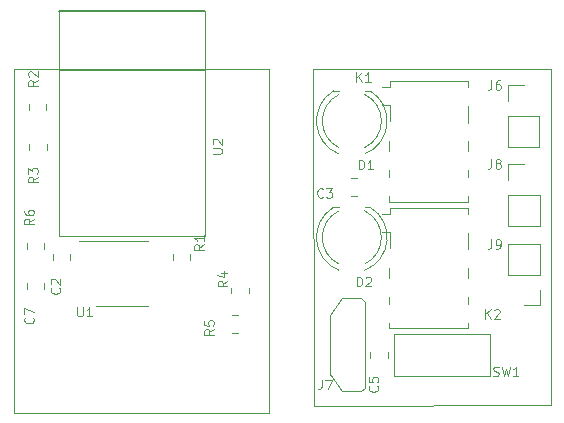
<source format=gto>
%TF.GenerationSoftware,KiCad,Pcbnew,(5.1.7)-1*%
%TF.CreationDate,2021-06-20T23:27:28+01:00*%
%TF.ProjectId,RcDev,52634465-762e-46b6-9963-61645f706362,rev?*%
%TF.SameCoordinates,Original*%
%TF.FileFunction,Legend,Top*%
%TF.FilePolarity,Positive*%
%FSLAX46Y46*%
G04 Gerber Fmt 4.6, Leading zero omitted, Abs format (unit mm)*
G04 Created by KiCad (PCBNEW (5.1.7)-1) date 2021-06-20 23:27:28*
%MOMM*%
%LPD*%
G01*
G04 APERTURE LIST*
%TA.AperFunction,Profile*%
%ADD10C,0.050000*%
%TD*%
%ADD11C,0.120000*%
%ADD12C,0.150000*%
%ADD13C,0.100000*%
G04 APERTURE END LIST*
D10*
X131038600Y-50292000D02*
X151130000Y-50292000D01*
X105689400Y-50266600D02*
X105664000Y-79349600D01*
X127254000Y-50292000D02*
X105689400Y-50266600D01*
X127279400Y-79349600D02*
X127254000Y-50292000D01*
X105664000Y-79349600D02*
X127279400Y-79349600D01*
X131064000Y-78765400D02*
X131038600Y-50292000D01*
X151130000Y-78740000D02*
X131064000Y-78765400D01*
X151130000Y-50292000D02*
X151130000Y-78740000D01*
D11*
%TO.C,J9*%
X150199400Y-70265600D02*
X148869400Y-70265600D01*
X150199400Y-68935600D02*
X150199400Y-70265600D01*
X150199400Y-67665600D02*
X147539400Y-67665600D01*
X147539400Y-67665600D02*
X147539400Y-65065600D01*
X150199400Y-67665600D02*
X150199400Y-65065600D01*
X150199400Y-65065600D02*
X147539400Y-65065600D01*
%TO.C,J6*%
X147514000Y-51629000D02*
X148844000Y-51629000D01*
X147514000Y-52959000D02*
X147514000Y-51629000D01*
X147514000Y-54229000D02*
X150174000Y-54229000D01*
X150174000Y-54229000D02*
X150174000Y-56829000D01*
X147514000Y-54229000D02*
X147514000Y-56829000D01*
X147514000Y-56829000D02*
X150174000Y-56829000D01*
%TO.C,SW1*%
X145973800Y-72720200D02*
X137845800Y-72720200D01*
X137845800Y-72720200D02*
X137845800Y-76276200D01*
X137845800Y-76276200D02*
X145973800Y-76276200D01*
X145973800Y-76276200D02*
X145973800Y-72720200D01*
%TO.C,J7*%
X133421500Y-77546500D02*
X132471500Y-76096500D01*
X133421500Y-69646500D02*
X135071500Y-69646500D01*
X133421500Y-69646500D02*
X132471500Y-71096500D01*
X135071500Y-69646500D02*
X135371500Y-69946500D01*
X135371500Y-77246500D02*
X135071500Y-77546500D01*
X135071500Y-77546500D02*
X133421500Y-77546500D01*
X135371500Y-76746500D02*
X135371500Y-77246500D01*
X135371500Y-70596500D02*
X135371500Y-69946500D01*
X135371500Y-70596500D02*
X135371500Y-76796500D01*
X132471500Y-71046500D02*
X132471500Y-76146500D01*
%TO.C,D2*%
X133209800Y-61956000D02*
X132744800Y-61956000D01*
X135834800Y-61956000D02*
X135369800Y-61956000D01*
X133209371Y-66770479D02*
G75*
G02*
X133209800Y-62261316I1080429J2254479D01*
G01*
X135370229Y-66770479D02*
G75*
G03*
X135369800Y-62261316I-1080429J2254479D01*
G01*
X133208973Y-67303815D02*
G75*
G02*
X132744970Y-61956000I1080827J2787815D01*
G01*
X135370627Y-67303815D02*
G75*
G03*
X135834630Y-61956000I-1080827J2787815D01*
G01*
%TO.C,R4*%
X125550600Y-69213464D02*
X125550600Y-68759336D01*
X124080600Y-69213464D02*
X124080600Y-68759336D01*
%TO.C,R5*%
X124182136Y-72591600D02*
X124636264Y-72591600D01*
X124182136Y-71121600D02*
X124636264Y-71121600D01*
%TO.C,U1*%
X114808000Y-64829000D02*
X111208000Y-64829000D01*
X114808000Y-64829000D02*
X117008000Y-64829000D01*
X114808000Y-70299000D02*
X112608000Y-70299000D01*
X114808000Y-70299000D02*
X117008000Y-70299000D01*
%TO.C,R6*%
X106757800Y-65000136D02*
X106757800Y-65454264D01*
X108227800Y-65000136D02*
X108227800Y-65454264D01*
%TO.C,R3*%
X108456400Y-57097664D02*
X108456400Y-56643536D01*
X106986400Y-57097664D02*
X106986400Y-56643536D01*
%TO.C,R2*%
X106961000Y-53239936D02*
X106961000Y-53694064D01*
X108431000Y-53239936D02*
X108431000Y-53694064D01*
%TO.C,R1*%
X119153000Y-65939936D02*
X119153000Y-66394064D01*
X120623000Y-65939936D02*
X120623000Y-66394064D01*
%TO.C,K2*%
X137479500Y-62029500D02*
X144139500Y-62019500D01*
X144139500Y-62019500D02*
X144139500Y-62519500D01*
X144139500Y-64119500D02*
X144139500Y-65519500D01*
X144139500Y-67119500D02*
X144139500Y-67919500D01*
X144139500Y-69519500D02*
X144139500Y-70119500D01*
X144139500Y-71719500D02*
X144139500Y-72219500D01*
X144139500Y-72219500D02*
X137439500Y-72219500D01*
X137439500Y-72219500D02*
X137439500Y-71719500D01*
X137439500Y-70119500D02*
X137439500Y-69519500D01*
X137439500Y-67919500D02*
X137439500Y-67119500D01*
X137479500Y-65429500D02*
X137479500Y-64029500D01*
X137479500Y-62029500D02*
X137479500Y-62529500D01*
X137479500Y-62529500D02*
X136879500Y-62529500D01*
X137479500Y-64029500D02*
X136879500Y-64029500D01*
%TO.C,K1*%
X137479500Y-51298000D02*
X144139500Y-51288000D01*
X144139500Y-51288000D02*
X144139500Y-51788000D01*
X144139500Y-53388000D02*
X144139500Y-54788000D01*
X144139500Y-56388000D02*
X144139500Y-57188000D01*
X144139500Y-58788000D02*
X144139500Y-59388000D01*
X144139500Y-60988000D02*
X144139500Y-61488000D01*
X144139500Y-61488000D02*
X137439500Y-61488000D01*
X137439500Y-61488000D02*
X137439500Y-60988000D01*
X137439500Y-59388000D02*
X137439500Y-58788000D01*
X137439500Y-57188000D02*
X137439500Y-56388000D01*
X137479500Y-54698000D02*
X137479500Y-53298000D01*
X137479500Y-51298000D02*
X137479500Y-51798000D01*
X137479500Y-51798000D02*
X136879500Y-51798000D01*
X137479500Y-53298000D02*
X136879500Y-53298000D01*
%TO.C,J8*%
X147539400Y-58309200D02*
X148869400Y-58309200D01*
X147539400Y-59639200D02*
X147539400Y-58309200D01*
X147539400Y-60909200D02*
X150199400Y-60909200D01*
X150199400Y-60909200D02*
X150199400Y-63509200D01*
X147539400Y-60909200D02*
X147539400Y-63509200D01*
X147539400Y-63509200D02*
X150199400Y-63509200D01*
%TO.C,D1*%
X133209800Y-52100800D02*
X132744800Y-52100800D01*
X135834800Y-52100800D02*
X135369800Y-52100800D01*
X133209371Y-56915279D02*
G75*
G02*
X133209800Y-52406116I1080429J2254479D01*
G01*
X135370229Y-56915279D02*
G75*
G03*
X135369800Y-52406116I-1080429J2254479D01*
G01*
X133208973Y-57448615D02*
G75*
G02*
X132744970Y-52100800I1080827J2787815D01*
G01*
X135370627Y-57448615D02*
G75*
G03*
X135834630Y-52100800I-1080827J2787815D01*
G01*
%TO.C,C5*%
X135866200Y-74211548D02*
X135866200Y-74734052D01*
X137336200Y-74211548D02*
X137336200Y-74734052D01*
%TO.C,C3*%
X134180948Y-60983800D02*
X134703452Y-60983800D01*
X134180948Y-59513800D02*
X134703452Y-59513800D01*
%TO.C,C2*%
X108993000Y-65905748D02*
X108993000Y-66428252D01*
X110463000Y-65905748D02*
X110463000Y-66428252D01*
D12*
%TO.C,U2*%
X109524000Y-45364500D02*
X121824000Y-45364500D01*
D11*
X109524000Y-64364500D02*
X121824000Y-64364500D01*
X121824000Y-64364500D02*
X121824000Y-50364500D01*
X121824000Y-50364500D02*
X109524000Y-50364500D01*
X109524000Y-50364500D02*
X109524000Y-64364500D01*
X109524000Y-50364500D02*
X109524000Y-45364500D01*
X121824000Y-50364500D02*
X121824000Y-45364500D01*
%TO.C,C7*%
X108253200Y-68394948D02*
X108253200Y-68917452D01*
X106783200Y-68394948D02*
X106783200Y-68917452D01*
%TD*%
%TO.C,J9*%
D13*
X146113533Y-64687504D02*
X146113533Y-65258933D01*
X146075438Y-65373219D01*
X145999247Y-65449409D01*
X145884961Y-65487504D01*
X145808771Y-65487504D01*
X146532580Y-65487504D02*
X146684961Y-65487504D01*
X146761152Y-65449409D01*
X146799247Y-65411314D01*
X146875438Y-65297028D01*
X146913533Y-65144647D01*
X146913533Y-64839885D01*
X146875438Y-64763695D01*
X146837342Y-64725600D01*
X146761152Y-64687504D01*
X146608771Y-64687504D01*
X146532580Y-64725600D01*
X146494485Y-64763695D01*
X146456390Y-64839885D01*
X146456390Y-65030361D01*
X146494485Y-65106552D01*
X146532580Y-65144647D01*
X146608771Y-65182742D01*
X146761152Y-65182742D01*
X146837342Y-65144647D01*
X146875438Y-65106552D01*
X146913533Y-65030361D01*
%TO.C,J6*%
X146113533Y-51225504D02*
X146113533Y-51796933D01*
X146075438Y-51911219D01*
X145999247Y-51987409D01*
X145884961Y-52025504D01*
X145808771Y-52025504D01*
X146837342Y-51225504D02*
X146684961Y-51225504D01*
X146608771Y-51263600D01*
X146570676Y-51301695D01*
X146494485Y-51415980D01*
X146456390Y-51568361D01*
X146456390Y-51873123D01*
X146494485Y-51949314D01*
X146532580Y-51987409D01*
X146608771Y-52025504D01*
X146761152Y-52025504D01*
X146837342Y-51987409D01*
X146875438Y-51949314D01*
X146913533Y-51873123D01*
X146913533Y-51682647D01*
X146875438Y-51606457D01*
X146837342Y-51568361D01*
X146761152Y-51530266D01*
X146608771Y-51530266D01*
X146532580Y-51568361D01*
X146494485Y-51606457D01*
X146456390Y-51682647D01*
%TO.C,SW1*%
X146253333Y-76219009D02*
X146367619Y-76257104D01*
X146558095Y-76257104D01*
X146634285Y-76219009D01*
X146672380Y-76180914D01*
X146710476Y-76104723D01*
X146710476Y-76028533D01*
X146672380Y-75952342D01*
X146634285Y-75914247D01*
X146558095Y-75876152D01*
X146405714Y-75838057D01*
X146329523Y-75799961D01*
X146291428Y-75761866D01*
X146253333Y-75685676D01*
X146253333Y-75609485D01*
X146291428Y-75533295D01*
X146329523Y-75495200D01*
X146405714Y-75457104D01*
X146596190Y-75457104D01*
X146710476Y-75495200D01*
X146977142Y-75457104D02*
X147167619Y-76257104D01*
X147320000Y-75685676D01*
X147472380Y-76257104D01*
X147662857Y-75457104D01*
X148386666Y-76257104D02*
X147929523Y-76257104D01*
X148158095Y-76257104D02*
X148158095Y-75457104D01*
X148081904Y-75571390D01*
X148005714Y-75647580D01*
X147929523Y-75685676D01*
%TO.C,J7*%
X131737133Y-76549304D02*
X131737133Y-77120733D01*
X131699038Y-77235019D01*
X131622847Y-77311209D01*
X131508561Y-77349304D01*
X131432371Y-77349304D01*
X132041895Y-76549304D02*
X132575228Y-76549304D01*
X132232371Y-77349304D01*
%TO.C,D2*%
X134715323Y-68662504D02*
X134715323Y-67862504D01*
X134905800Y-67862504D01*
X135020085Y-67900600D01*
X135096276Y-67976790D01*
X135134371Y-68052980D01*
X135172466Y-68205361D01*
X135172466Y-68319647D01*
X135134371Y-68472028D01*
X135096276Y-68548219D01*
X135020085Y-68624409D01*
X134905800Y-68662504D01*
X134715323Y-68662504D01*
X135477228Y-67938695D02*
X135515323Y-67900600D01*
X135591514Y-67862504D01*
X135781990Y-67862504D01*
X135858180Y-67900600D01*
X135896276Y-67938695D01*
X135934371Y-68014885D01*
X135934371Y-68091076D01*
X135896276Y-68205361D01*
X135439133Y-68662504D01*
X135934371Y-68662504D01*
%TO.C,R4*%
X123729704Y-68179933D02*
X123348752Y-68446600D01*
X123729704Y-68637076D02*
X122929704Y-68637076D01*
X122929704Y-68332314D01*
X122967800Y-68256123D01*
X123005895Y-68218028D01*
X123082085Y-68179933D01*
X123196371Y-68179933D01*
X123272561Y-68218028D01*
X123310657Y-68256123D01*
X123348752Y-68332314D01*
X123348752Y-68637076D01*
X123196371Y-67494219D02*
X123729704Y-67494219D01*
X122891609Y-67684695D02*
X123463038Y-67875171D01*
X123463038Y-67379933D01*
%TO.C,R5*%
X122612104Y-72294733D02*
X122231152Y-72561400D01*
X122612104Y-72751876D02*
X121812104Y-72751876D01*
X121812104Y-72447114D01*
X121850200Y-72370923D01*
X121888295Y-72332828D01*
X121964485Y-72294733D01*
X122078771Y-72294733D01*
X122154961Y-72332828D01*
X122193057Y-72370923D01*
X122231152Y-72447114D01*
X122231152Y-72751876D01*
X121812104Y-71570923D02*
X121812104Y-71951876D01*
X122193057Y-71989971D01*
X122154961Y-71951876D01*
X122116866Y-71875685D01*
X122116866Y-71685209D01*
X122154961Y-71609019D01*
X122193057Y-71570923D01*
X122269247Y-71532828D01*
X122459723Y-71532828D01*
X122535914Y-71570923D01*
X122574009Y-71609019D01*
X122612104Y-71685209D01*
X122612104Y-71875685D01*
X122574009Y-71951876D01*
X122535914Y-71989971D01*
%TO.C,U1*%
X111048876Y-70402504D02*
X111048876Y-71050123D01*
X111086971Y-71126314D01*
X111125066Y-71164409D01*
X111201257Y-71202504D01*
X111353638Y-71202504D01*
X111429828Y-71164409D01*
X111467923Y-71126314D01*
X111506019Y-71050123D01*
X111506019Y-70402504D01*
X112306019Y-71202504D02*
X111848876Y-71202504D01*
X112077447Y-71202504D02*
X112077447Y-70402504D01*
X112001257Y-70516790D01*
X111925066Y-70592980D01*
X111848876Y-70631076D01*
%TO.C,R6*%
X107372104Y-62922133D02*
X106991152Y-63188800D01*
X107372104Y-63379276D02*
X106572104Y-63379276D01*
X106572104Y-63074514D01*
X106610200Y-62998323D01*
X106648295Y-62960228D01*
X106724485Y-62922133D01*
X106838771Y-62922133D01*
X106914961Y-62960228D01*
X106953057Y-62998323D01*
X106991152Y-63074514D01*
X106991152Y-63379276D01*
X106572104Y-62236419D02*
X106572104Y-62388800D01*
X106610200Y-62464990D01*
X106648295Y-62503085D01*
X106762580Y-62579276D01*
X106914961Y-62617371D01*
X107219723Y-62617371D01*
X107295914Y-62579276D01*
X107334009Y-62541180D01*
X107372104Y-62464990D01*
X107372104Y-62312609D01*
X107334009Y-62236419D01*
X107295914Y-62198323D01*
X107219723Y-62160228D01*
X107029247Y-62160228D01*
X106953057Y-62198323D01*
X106914961Y-62236419D01*
X106876866Y-62312609D01*
X106876866Y-62464990D01*
X106914961Y-62541180D01*
X106953057Y-62579276D01*
X107029247Y-62617371D01*
%TO.C,R3*%
X107676904Y-59391533D02*
X107295952Y-59658200D01*
X107676904Y-59848676D02*
X106876904Y-59848676D01*
X106876904Y-59543914D01*
X106915000Y-59467723D01*
X106953095Y-59429628D01*
X107029285Y-59391533D01*
X107143571Y-59391533D01*
X107219761Y-59429628D01*
X107257857Y-59467723D01*
X107295952Y-59543914D01*
X107295952Y-59848676D01*
X106876904Y-59124866D02*
X106876904Y-58629628D01*
X107181666Y-58896295D01*
X107181666Y-58782009D01*
X107219761Y-58705819D01*
X107257857Y-58667723D01*
X107334047Y-58629628D01*
X107524523Y-58629628D01*
X107600714Y-58667723D01*
X107638809Y-58705819D01*
X107676904Y-58782009D01*
X107676904Y-59010580D01*
X107638809Y-59086771D01*
X107600714Y-59124866D01*
%TO.C,R2*%
X107676904Y-51212733D02*
X107295952Y-51479400D01*
X107676904Y-51669876D02*
X106876904Y-51669876D01*
X106876904Y-51365114D01*
X106915000Y-51288923D01*
X106953095Y-51250828D01*
X107029285Y-51212733D01*
X107143571Y-51212733D01*
X107219761Y-51250828D01*
X107257857Y-51288923D01*
X107295952Y-51365114D01*
X107295952Y-51669876D01*
X106953095Y-50907971D02*
X106915000Y-50869876D01*
X106876904Y-50793685D01*
X106876904Y-50603209D01*
X106915000Y-50527019D01*
X106953095Y-50488923D01*
X107029285Y-50450828D01*
X107105476Y-50450828D01*
X107219761Y-50488923D01*
X107676904Y-50946066D01*
X107676904Y-50450828D01*
%TO.C,R1*%
X121748504Y-65106533D02*
X121367552Y-65373200D01*
X121748504Y-65563676D02*
X120948504Y-65563676D01*
X120948504Y-65258914D01*
X120986600Y-65182723D01*
X121024695Y-65144628D01*
X121100885Y-65106533D01*
X121215171Y-65106533D01*
X121291361Y-65144628D01*
X121329457Y-65182723D01*
X121367552Y-65258914D01*
X121367552Y-65563676D01*
X121748504Y-64344628D02*
X121748504Y-64801771D01*
X121748504Y-64573200D02*
X120948504Y-64573200D01*
X121062790Y-64649390D01*
X121138980Y-64725580D01*
X121177076Y-64801771D01*
%TO.C,K2*%
X145586523Y-71380304D02*
X145586523Y-70580304D01*
X146043666Y-71380304D02*
X145700809Y-70923161D01*
X146043666Y-70580304D02*
X145586523Y-71037447D01*
X146348428Y-70656495D02*
X146386523Y-70618400D01*
X146462714Y-70580304D01*
X146653190Y-70580304D01*
X146729380Y-70618400D01*
X146767476Y-70656495D01*
X146805571Y-70732685D01*
X146805571Y-70808876D01*
X146767476Y-70923161D01*
X146310333Y-71380304D01*
X146805571Y-71380304D01*
%TO.C,K1*%
X134664523Y-51339704D02*
X134664523Y-50539704D01*
X135121666Y-51339704D02*
X134778809Y-50882561D01*
X135121666Y-50539704D02*
X134664523Y-50996847D01*
X135883571Y-51339704D02*
X135426428Y-51339704D01*
X135655000Y-51339704D02*
X135655000Y-50539704D01*
X135578809Y-50653990D01*
X135502619Y-50730180D01*
X135426428Y-50768276D01*
%TO.C,J8*%
X146113533Y-57880304D02*
X146113533Y-58451733D01*
X146075438Y-58566019D01*
X145999247Y-58642209D01*
X145884961Y-58680304D01*
X145808771Y-58680304D01*
X146608771Y-58223161D02*
X146532580Y-58185066D01*
X146494485Y-58146971D01*
X146456390Y-58070780D01*
X146456390Y-58032685D01*
X146494485Y-57956495D01*
X146532580Y-57918400D01*
X146608771Y-57880304D01*
X146761152Y-57880304D01*
X146837342Y-57918400D01*
X146875438Y-57956495D01*
X146913533Y-58032685D01*
X146913533Y-58070780D01*
X146875438Y-58146971D01*
X146837342Y-58185066D01*
X146761152Y-58223161D01*
X146608771Y-58223161D01*
X146532580Y-58261257D01*
X146494485Y-58299352D01*
X146456390Y-58375542D01*
X146456390Y-58527923D01*
X146494485Y-58604114D01*
X146532580Y-58642209D01*
X146608771Y-58680304D01*
X146761152Y-58680304D01*
X146837342Y-58642209D01*
X146875438Y-58604114D01*
X146913533Y-58527923D01*
X146913533Y-58375542D01*
X146875438Y-58299352D01*
X146837342Y-58261257D01*
X146761152Y-58223161D01*
%TO.C,D1*%
X134867723Y-58756504D02*
X134867723Y-57956504D01*
X135058200Y-57956504D01*
X135172485Y-57994600D01*
X135248676Y-58070790D01*
X135286771Y-58146980D01*
X135324866Y-58299361D01*
X135324866Y-58413647D01*
X135286771Y-58566028D01*
X135248676Y-58642219D01*
X135172485Y-58718409D01*
X135058200Y-58756504D01*
X134867723Y-58756504D01*
X136086771Y-58756504D02*
X135629628Y-58756504D01*
X135858200Y-58756504D02*
X135858200Y-57956504D01*
X135782009Y-58070790D01*
X135705819Y-58146980D01*
X135629628Y-58185076D01*
%TO.C,C5*%
X136429714Y-77069933D02*
X136467809Y-77108028D01*
X136505904Y-77222314D01*
X136505904Y-77298504D01*
X136467809Y-77412790D01*
X136391619Y-77488980D01*
X136315428Y-77527076D01*
X136163047Y-77565171D01*
X136048761Y-77565171D01*
X135896380Y-77527076D01*
X135820190Y-77488980D01*
X135744000Y-77412790D01*
X135705904Y-77298504D01*
X135705904Y-77222314D01*
X135744000Y-77108028D01*
X135782095Y-77069933D01*
X135705904Y-76346123D02*
X135705904Y-76727076D01*
X136086857Y-76765171D01*
X136048761Y-76727076D01*
X136010666Y-76650885D01*
X136010666Y-76460409D01*
X136048761Y-76384219D01*
X136086857Y-76346123D01*
X136163047Y-76308028D01*
X136353523Y-76308028D01*
X136429714Y-76346123D01*
X136467809Y-76384219D01*
X136505904Y-76460409D01*
X136505904Y-76650885D01*
X136467809Y-76727076D01*
X136429714Y-76765171D01*
%TO.C,C3*%
X131845066Y-61067914D02*
X131806971Y-61106009D01*
X131692685Y-61144104D01*
X131616495Y-61144104D01*
X131502209Y-61106009D01*
X131426019Y-61029819D01*
X131387923Y-60953628D01*
X131349828Y-60801247D01*
X131349828Y-60686961D01*
X131387923Y-60534580D01*
X131426019Y-60458390D01*
X131502209Y-60382200D01*
X131616495Y-60344104D01*
X131692685Y-60344104D01*
X131806971Y-60382200D01*
X131845066Y-60420295D01*
X132111733Y-60344104D02*
X132606971Y-60344104D01*
X132340304Y-60648866D01*
X132454590Y-60648866D01*
X132530780Y-60686961D01*
X132568876Y-60725057D01*
X132606971Y-60801247D01*
X132606971Y-60991723D01*
X132568876Y-61067914D01*
X132530780Y-61106009D01*
X132454590Y-61144104D01*
X132226019Y-61144104D01*
X132149828Y-61106009D01*
X132111733Y-61067914D01*
%TO.C,C2*%
X109505714Y-68789533D02*
X109543809Y-68827628D01*
X109581904Y-68941914D01*
X109581904Y-69018104D01*
X109543809Y-69132390D01*
X109467619Y-69208580D01*
X109391428Y-69246676D01*
X109239047Y-69284771D01*
X109124761Y-69284771D01*
X108972380Y-69246676D01*
X108896190Y-69208580D01*
X108820000Y-69132390D01*
X108781904Y-69018104D01*
X108781904Y-68941914D01*
X108820000Y-68827628D01*
X108858095Y-68789533D01*
X108858095Y-68484771D02*
X108820000Y-68446676D01*
X108781904Y-68370485D01*
X108781904Y-68180009D01*
X108820000Y-68103819D01*
X108858095Y-68065723D01*
X108934285Y-68027628D01*
X109010476Y-68027628D01*
X109124761Y-68065723D01*
X109581904Y-68522866D01*
X109581904Y-68027628D01*
%TO.C,U2*%
X122497904Y-57429323D02*
X123145523Y-57429323D01*
X123221714Y-57391228D01*
X123259809Y-57353133D01*
X123297904Y-57276942D01*
X123297904Y-57124561D01*
X123259809Y-57048371D01*
X123221714Y-57010276D01*
X123145523Y-56972180D01*
X122497904Y-56972180D01*
X122574095Y-56629323D02*
X122536000Y-56591228D01*
X122497904Y-56515038D01*
X122497904Y-56324561D01*
X122536000Y-56248371D01*
X122574095Y-56210276D01*
X122650285Y-56172180D01*
X122726476Y-56172180D01*
X122840761Y-56210276D01*
X123297904Y-56667419D01*
X123297904Y-56172180D01*
%TO.C,C7*%
X107295914Y-71304133D02*
X107334009Y-71342228D01*
X107372104Y-71456514D01*
X107372104Y-71532704D01*
X107334009Y-71646990D01*
X107257819Y-71723180D01*
X107181628Y-71761276D01*
X107029247Y-71799371D01*
X106914961Y-71799371D01*
X106762580Y-71761276D01*
X106686390Y-71723180D01*
X106610200Y-71646990D01*
X106572104Y-71532704D01*
X106572104Y-71456514D01*
X106610200Y-71342228D01*
X106648295Y-71304133D01*
X106572104Y-71037466D02*
X106572104Y-70504133D01*
X107372104Y-70846990D01*
%TD*%
M02*

</source>
